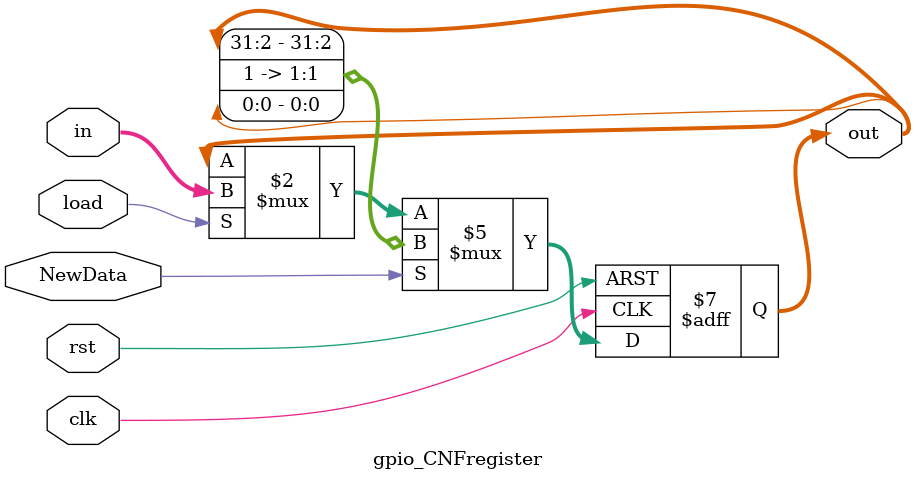
<source format=v>
module gpio_CNFregister #(
    parameter SIZE = 32
) (
    input clk,
    input rst,
    input load,
    input NewData,
    input [SIZE - 1:0] in,
    output reg [SIZE - 1:0] out
);
    
    always @(posedge clk, posedge rst) begin
        if(rst) begin
            out <= {(SIZE){1'b0}};
        end
        else if(NewData) begin
            out <= {out[SIZE - 1:2], 1'b1, out[1'b0]};
        end
        else if(load) begin
            out <= in;
        end
    end

endmodule
</source>
